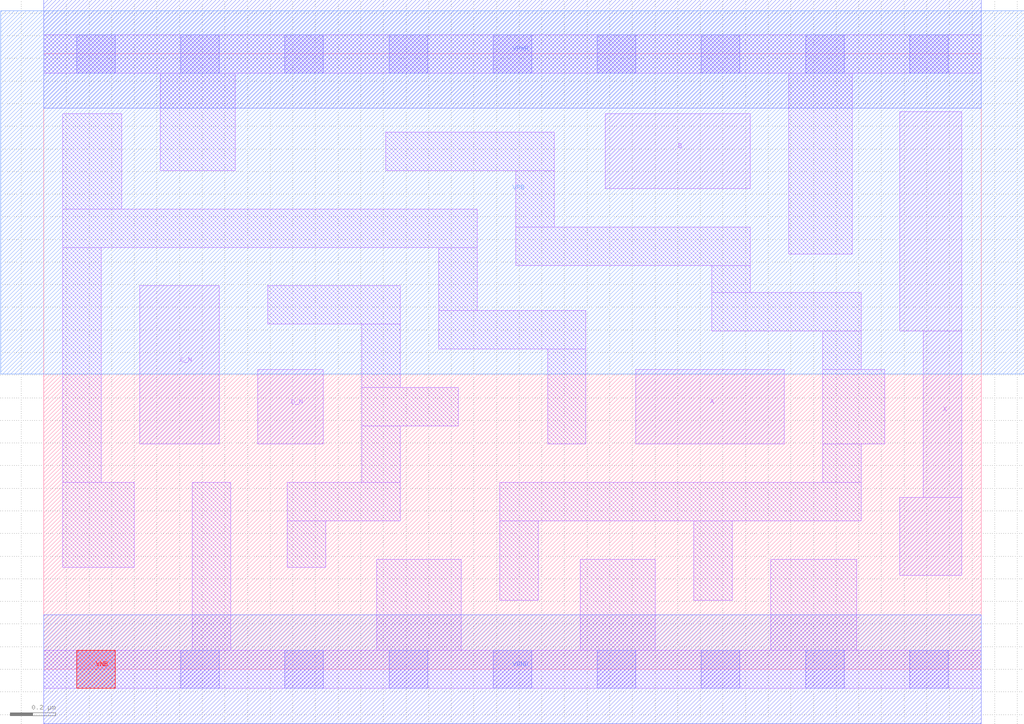
<source format=lef>
# Copyright 2020 The SkyWater PDK Authors
#
# Licensed under the Apache License, Version 2.0 (the "License");
# you may not use this file except in compliance with the License.
# You may obtain a copy of the License at
#
#     https://www.apache.org/licenses/LICENSE-2.0
#
# Unless required by applicable law or agreed to in writing, software
# distributed under the License is distributed on an "AS IS" BASIS,
# WITHOUT WARRANTIES OR CONDITIONS OF ANY KIND, either express or implied.
# See the License for the specific language governing permissions and
# limitations under the License.
#
# SPDX-License-Identifier: Apache-2.0

VERSION 5.7 ;
  NOWIREEXTENSIONATPIN ON ;
  DIVIDERCHAR "/" ;
  BUSBITCHARS "[]" ;
MACRO sky130_fd_sc_hd__or4bb_1
  CLASS CORE ;
  FOREIGN sky130_fd_sc_hd__or4bb_1 ;
  ORIGIN  0.000000  0.000000 ;
  SIZE  4.140000 BY  2.720000 ;
  SYMMETRY X Y R90 ;
  SITE unithd ;
  PIN A
    ANTENNAGATEAREA  0.126000 ;
    DIRECTION INPUT ;
    USE SIGNAL ;
    PORT
      LAYER li1 ;
        RECT 2.615000 0.995000 3.270000 1.325000 ;
    END
  END A
  PIN B
    ANTENNAGATEAREA  0.126000 ;
    DIRECTION INPUT ;
    USE SIGNAL ;
    PORT
      LAYER li1 ;
        RECT 2.480000 2.125000 3.120000 2.455000 ;
    END
  END B
  PIN C_N
    ANTENNAGATEAREA  0.126000 ;
    DIRECTION INPUT ;
    USE SIGNAL ;
    PORT
      LAYER li1 ;
        RECT 0.425000 0.995000 0.775000 1.695000 ;
    END
  END C_N
  PIN D_N
    ANTENNAGATEAREA  0.126000 ;
    DIRECTION INPUT ;
    USE SIGNAL ;
    PORT
      LAYER li1 ;
        RECT 0.945000 0.995000 1.235000 1.325000 ;
    END
  END D_N
  PIN VNB
    PORT
      LAYER pwell ;
        RECT 0.145000 -0.085000 0.315000 0.085000 ;
    END
  END VNB
  PIN VPB
    PORT
      LAYER nwell ;
        RECT -0.190000 1.305000 4.330000 2.910000 ;
    END
  END VPB
  PIN X
    ANTENNADIFFAREA  0.453750 ;
    DIRECTION OUTPUT ;
    USE SIGNAL ;
    PORT
      LAYER li1 ;
        RECT 3.780000 0.415000 4.055000 0.760000 ;
        RECT 3.780000 1.495000 4.055000 2.465000 ;
        RECT 3.885000 0.760000 4.055000 1.495000 ;
    END
  END X
  PIN VGND
    DIRECTION INOUT ;
    SHAPE ABUTMENT ;
    USE GROUND ;
    PORT
      LAYER met1 ;
        RECT 0.000000 -0.240000 4.140000 0.240000 ;
    END
  END VGND
  PIN VPWR
    DIRECTION INOUT ;
    SHAPE ABUTMENT ;
    USE POWER ;
    PORT
      LAYER met1 ;
        RECT 0.000000 2.480000 4.140000 2.960000 ;
    END
  END VPWR
  OBS
    LAYER li1 ;
      RECT 0.000000 -0.085000 4.140000 0.085000 ;
      RECT 0.000000  2.635000 4.140000 2.805000 ;
      RECT 0.085000  0.450000 0.400000 0.825000 ;
      RECT 0.085000  0.825000 0.255000 1.865000 ;
      RECT 0.085000  1.865000 1.915000 2.035000 ;
      RECT 0.085000  2.035000 0.345000 2.455000 ;
      RECT 0.515000  2.205000 0.845000 2.635000 ;
      RECT 0.655000  0.085000 0.825000 0.825000 ;
      RECT 0.990000  1.525000 1.575000 1.695000 ;
      RECT 1.075000  0.450000 1.245000 0.655000 ;
      RECT 1.075000  0.655000 1.575000 0.825000 ;
      RECT 1.405000  0.825000 1.575000 1.075000 ;
      RECT 1.405000  1.075000 1.830000 1.245000 ;
      RECT 1.405000  1.245000 1.575000 1.525000 ;
      RECT 1.470000  0.085000 1.845000 0.485000 ;
      RECT 1.510000  2.205000 2.255000 2.375000 ;
      RECT 1.745000  1.415000 2.395000 1.585000 ;
      RECT 1.745000  1.585000 1.915000 1.865000 ;
      RECT 2.015000  0.305000 2.185000 0.655000 ;
      RECT 2.015000  0.655000 3.610000 0.825000 ;
      RECT 2.085000  1.785000 3.120000 1.955000 ;
      RECT 2.085000  1.955000 2.255000 2.205000 ;
      RECT 2.225000  0.995000 2.395000 1.415000 ;
      RECT 2.370000  0.085000 2.700000 0.485000 ;
      RECT 2.870000  0.305000 3.040000 0.655000 ;
      RECT 2.950000  1.495000 3.610000 1.665000 ;
      RECT 2.950000  1.665000 3.120000 1.785000 ;
      RECT 3.210000  0.085000 3.590000 0.485000 ;
      RECT 3.290000  1.835000 3.570000 2.635000 ;
      RECT 3.440000  0.825000 3.610000 0.995000 ;
      RECT 3.440000  0.995000 3.715000 1.325000 ;
      RECT 3.440000  1.325000 3.610000 1.495000 ;
    LAYER mcon ;
      RECT 0.145000 -0.085000 0.315000 0.085000 ;
      RECT 0.145000  2.635000 0.315000 2.805000 ;
      RECT 0.605000 -0.085000 0.775000 0.085000 ;
      RECT 0.605000  2.635000 0.775000 2.805000 ;
      RECT 1.065000 -0.085000 1.235000 0.085000 ;
      RECT 1.065000  2.635000 1.235000 2.805000 ;
      RECT 1.525000 -0.085000 1.695000 0.085000 ;
      RECT 1.525000  2.635000 1.695000 2.805000 ;
      RECT 1.985000 -0.085000 2.155000 0.085000 ;
      RECT 1.985000  2.635000 2.155000 2.805000 ;
      RECT 2.445000 -0.085000 2.615000 0.085000 ;
      RECT 2.445000  2.635000 2.615000 2.805000 ;
      RECT 2.905000 -0.085000 3.075000 0.085000 ;
      RECT 2.905000  2.635000 3.075000 2.805000 ;
      RECT 3.365000 -0.085000 3.535000 0.085000 ;
      RECT 3.365000  2.635000 3.535000 2.805000 ;
      RECT 3.825000 -0.085000 3.995000 0.085000 ;
      RECT 3.825000  2.635000 3.995000 2.805000 ;
  END
END sky130_fd_sc_hd__or4bb_1
END LIBRARY

</source>
